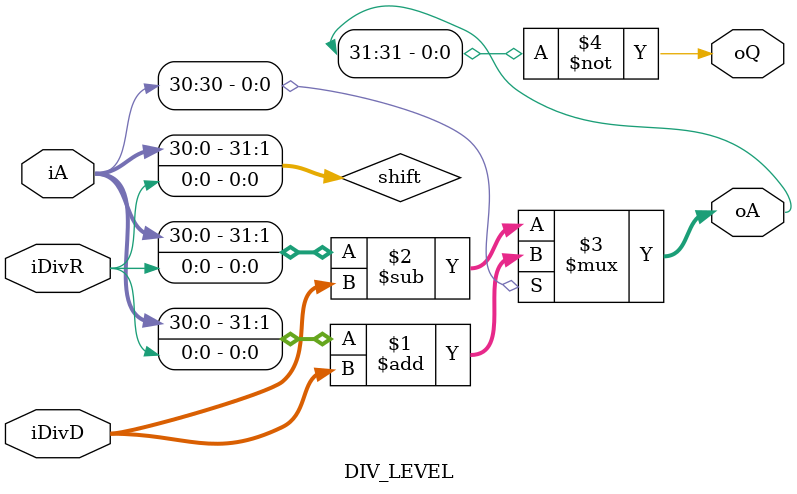
<source format=sv>
/**
 * @file DIV32.sv
 * @author Jacob Chisholm (https://Jchisholm204.github.io)
 * @brief 
 * @version 0.1
 * @date Created: 2025-05-17
 * @modified Last Modified: 2025-05-19
 *
 * @copyright Copyright (c) 2025
 */

`timescale 1ns/100ps
module DIV32(
    iSigned,
    iDivisor, iDividend,
    oQ, oR
);

input wire iSigned;
input wire [31:0] iDivisor, iDividend;
output logic [31:0] oQ, oR;

// Internal Signals for DIVisoR and DIVidenD
logic [31:0] divr, divd;

// Temporary Quotient
wire [31:0] Q;
// Accumulator
wire [31:0] A[31:0];

// Initialize the first partial remainder as 0
assign A[0] = 32'd0;

// Create 31 divisor levels
generate
    genvar i;
    for(i = 0; i < 31; i = i + 1) begin : gen_div_lvl
        DIV_LEVEL divlvl (
            .iA(A[i]),
            .iDivR(divr[31-i]),
            .iDivD(divd),
            .oA(A[i+1]),
            .oQ(Q[31-i])
        );
    end
endgenerate

// Final divisor Level
wire [31:0] shift, X, R;

assign shift = {A[31][30:0], divr[0]};
assign X = shift[31] ? shift + divd : shift - divd;
assign Q[0] = ~X[31];
// Remainder assignment
assign R = X[31] ? X + divd : X;

always_comb begin
    // Flip signs for signed division
    divr = iSigned && iDividend[31] ? (~iDividend + 1) : iDividend;
    divd = iSigned && iDivisor[31]  ? (~iDivisor + 1)  : iDivisor;

    // Compute remainder
    oR = iSigned && iDividend[31] ? (~R + 1) : R;

    // Compute quotient sign
    if (iSigned && (iDividend[31] ^ iDivisor[31]))
        oQ = (~Q + 1);  // negate result
    else
        oQ = Q;
end


endmodule

module DIV_LEVEL(
    iA, iDivD, iDivR,
    oA, oQ
);

input wire [31:0] iA, iDivD;
input wire iDivR;
// Output Accumulator
output wire [31:0] oA;
// Output Quotient
output wire oQ;

wire [31:0] shift;

// Shift in the next bit of the quotient
assign shift = {iA[30:0], iDivR};
// Add or subtract the divisor
assign oA = shift[31] ? shift + iDivD : shift - iDivD;
// Output 1 to result if the add/sub result was positive
assign oQ = ~oA[31];
// assign oQ = 1'b0;

endmodule

</source>
